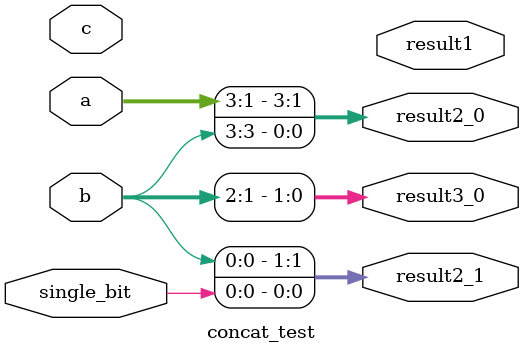
<source format=v>
module concat_test(
    input [3:0] a,
    input [3:0] b,
    input [1:0] c,
    input single_bit,
    output [7:0] result1,
    output [3:0] result2_0,
    output [1:0] result3_0, /* 不支持 sub-word 赋值，所以改回去了 */
    output [1:0] result2_1,
);
    assign {result2_0, result3_0, result2_1} = {a[3:1], b, single_bit};
endmodule

</source>
